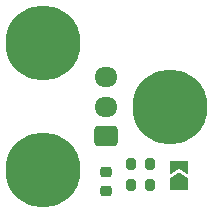
<source format=gbr>
%TF.GenerationSoftware,KiCad,Pcbnew,(6.0.0-0)*%
%TF.CreationDate,2022-09-17T09:57:17-07:00*%
%TF.ProjectId,Untitled,556e7469-746c-4656-942e-6b696361645f,rev?*%
%TF.SameCoordinates,Original*%
%TF.FileFunction,Soldermask,Bot*%
%TF.FilePolarity,Negative*%
%FSLAX46Y46*%
G04 Gerber Fmt 4.6, Leading zero omitted, Abs format (unit mm)*
G04 Created by KiCad (PCBNEW (6.0.0-0)) date 2022-09-17 09:57:17*
%MOMM*%
%LPD*%
G01*
G04 APERTURE LIST*
G04 Aperture macros list*
%AMRoundRect*
0 Rectangle with rounded corners*
0 $1 Rounding radius*
0 $2 $3 $4 $5 $6 $7 $8 $9 X,Y pos of 4 corners*
0 Add a 4 corners polygon primitive as box body*
4,1,4,$2,$3,$4,$5,$6,$7,$8,$9,$2,$3,0*
0 Add four circle primitives for the rounded corners*
1,1,$1+$1,$2,$3*
1,1,$1+$1,$4,$5*
1,1,$1+$1,$6,$7*
1,1,$1+$1,$8,$9*
0 Add four rect primitives between the rounded corners*
20,1,$1+$1,$2,$3,$4,$5,0*
20,1,$1+$1,$4,$5,$6,$7,0*
20,1,$1+$1,$6,$7,$8,$9,0*
20,1,$1+$1,$8,$9,$2,$3,0*%
%AMFreePoly0*
4,1,6,1.000000,0.000000,0.500000,-0.750000,-0.500000,-0.750000,-0.500000,0.750000,0.500000,0.750000,1.000000,0.000000,1.000000,0.000000,$1*%
%AMFreePoly1*
4,1,6,0.500000,-0.750000,-0.650000,-0.750000,-0.150000,0.000000,-0.650000,0.750000,0.500000,0.750000,0.500000,-0.750000,0.500000,-0.750000,$1*%
G04 Aperture macros list end*
%ADD10RoundRect,0.250000X0.725000X-0.600000X0.725000X0.600000X-0.725000X0.600000X-0.725000X-0.600000X0*%
%ADD11O,1.950000X1.700000*%
%ADD12C,6.350000*%
%ADD13FreePoly0,90.000000*%
%ADD14FreePoly1,90.000000*%
%ADD15RoundRect,0.200000X0.200000X0.275000X-0.200000X0.275000X-0.200000X-0.275000X0.200000X-0.275000X0*%
%ADD16RoundRect,0.218750X0.256250X-0.218750X0.256250X0.218750X-0.256250X0.218750X-0.256250X-0.218750X0*%
%ADD17RoundRect,0.200000X-0.200000X-0.275000X0.200000X-0.275000X0.200000X0.275000X-0.200000X0.275000X0*%
G04 APERTURE END LIST*
D10*
%TO.C,J1*%
X103100000Y-69900000D03*
D11*
X103100000Y-67400000D03*
X103100000Y-64900000D03*
%TD*%
D12*
%TO.C,H6*%
X97706000Y-62000000D03*
%TD*%
%TO.C,H5*%
X97706000Y-72800000D03*
%TD*%
%TO.C,H4*%
X108506000Y-67400000D03*
%TD*%
D13*
%TO.C,JP1*%
X109250000Y-73975000D03*
D14*
X109250000Y-72525000D03*
%TD*%
D15*
%TO.C,R1*%
X106825000Y-74000000D03*
X105175000Y-74000000D03*
%TD*%
D16*
%TO.C,D1*%
X103100000Y-74537500D03*
X103100000Y-72962500D03*
%TD*%
D17*
%TO.C,R2*%
X105175000Y-72250000D03*
X106825000Y-72250000D03*
%TD*%
M02*

</source>
